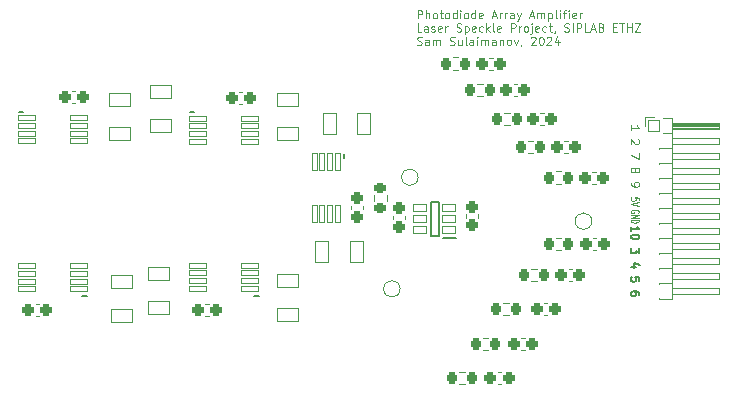
<source format=gto>
%TF.GenerationSoftware,KiCad,Pcbnew,8.0.1*%
%TF.CreationDate,2024-09-25T00:59:11+02:00*%
%TF.ProjectId,speckle_amp_pcb_rev1,73706563-6b6c-4655-9f61-6d705f706362,rev?*%
%TF.SameCoordinates,Original*%
%TF.FileFunction,Legend,Top*%
%TF.FilePolarity,Positive*%
%FSLAX46Y46*%
G04 Gerber Fmt 4.6, Leading zero omitted, Abs format (unit mm)*
G04 Created by KiCad (PCBNEW 8.0.1) date 2024-09-25 00:59:11*
%MOMM*%
%LPD*%
G01*
G04 APERTURE LIST*
G04 Aperture macros list*
%AMRoundRect*
0 Rectangle with rounded corners*
0 $1 Rounding radius*
0 $2 $3 $4 $5 $6 $7 $8 $9 X,Y pos of 4 corners*
0 Add a 4 corners polygon primitive as box body*
4,1,4,$2,$3,$4,$5,$6,$7,$8,$9,$2,$3,0*
0 Add four circle primitives for the rounded corners*
1,1,$1+$1,$2,$3*
1,1,$1+$1,$4,$5*
1,1,$1+$1,$6,$7*
1,1,$1+$1,$8,$9*
0 Add four rect primitives between the rounded corners*
20,1,$1+$1,$2,$3,$4,$5,0*
20,1,$1+$1,$4,$5,$6,$7,0*
20,1,$1+$1,$6,$7,$8,$9,0*
20,1,$1+$1,$8,$9,$2,$3,0*%
G04 Aperture macros list end*
%ADD10C,0.125000*%
%ADD11C,0.150000*%
%ADD12C,0.100000*%
%ADD13C,0.200000*%
%ADD14C,0.120000*%
%ADD15RoundRect,0.040000X-0.900000X0.575000X-0.900000X-0.575000X0.900000X-0.575000X0.900000X0.575000X0*%
%ADD16RoundRect,0.040000X-0.700000X0.225000X-0.700000X-0.225000X0.700000X-0.225000X0.700000X0.225000X0*%
%ADD17C,5.680000*%
%ADD18RoundRect,0.245000X-0.245000X-0.270000X0.245000X-0.270000X0.245000X0.270000X-0.245000X0.270000X0*%
%ADD19RoundRect,0.220000X-0.220000X-0.295000X0.220000X-0.295000X0.220000X0.295000X-0.220000X0.295000X0*%
%ADD20RoundRect,0.245000X-0.270000X0.245000X-0.270000X-0.245000X0.270000X-0.245000X0.270000X0.245000X0*%
%ADD21RoundRect,0.040000X0.700000X-0.225000X0.700000X0.225000X-0.700000X0.225000X-0.700000X-0.225000X0*%
%ADD22RoundRect,0.040000X-0.575000X-0.900000X0.575000X-0.900000X0.575000X0.900000X-0.575000X0.900000X0*%
%ADD23RoundRect,0.040000X0.900000X-0.575000X0.900000X0.575000X-0.900000X0.575000X-0.900000X-0.575000X0*%
%ADD24RoundRect,0.220000X0.295000X-0.220000X0.295000X0.220000X-0.295000X0.220000X-0.295000X-0.220000X0*%
%ADD25RoundRect,0.245000X0.245000X0.270000X-0.245000X0.270000X-0.245000X-0.270000X0.245000X-0.270000X0*%
%ADD26RoundRect,0.245000X0.270000X-0.245000X0.270000X0.245000X-0.270000X0.245000X-0.270000X-0.245000X0*%
%ADD27RoundRect,0.040000X0.575000X0.900000X-0.575000X0.900000X-0.575000X-0.900000X0.575000X-0.900000X0*%
%ADD28RoundRect,0.040000X-0.575000X0.300000X-0.575000X-0.300000X0.575000X-0.300000X0.575000X0.300000X0*%
%ADD29C,1.080000*%
%ADD30RoundRect,0.040000X-0.225000X-0.700000X0.225000X-0.700000X0.225000X0.700000X-0.225000X0.700000X0*%
%ADD31RoundRect,0.040000X-0.500000X-0.500000X0.500000X-0.500000X0.500000X0.500000X-0.500000X0.500000X0*%
%ADD32O,1.080000X1.080000*%
G04 APERTURE END LIST*
D10*
X209092166Y-104364378D02*
X209092166Y-104126283D01*
X209092166Y-104126283D02*
X208758833Y-104102474D01*
X208758833Y-104102474D02*
X208792166Y-104126283D01*
X208792166Y-104126283D02*
X208825500Y-104173902D01*
X208825500Y-104173902D02*
X208825500Y-104292950D01*
X208825500Y-104292950D02*
X208792166Y-104340569D01*
X208792166Y-104340569D02*
X208758833Y-104364378D01*
X208758833Y-104364378D02*
X208692166Y-104388188D01*
X208692166Y-104388188D02*
X208525500Y-104388188D01*
X208525500Y-104388188D02*
X208458833Y-104364378D01*
X208458833Y-104364378D02*
X208425500Y-104340569D01*
X208425500Y-104340569D02*
X208392166Y-104292950D01*
X208392166Y-104292950D02*
X208392166Y-104173902D01*
X208392166Y-104173902D02*
X208425500Y-104126283D01*
X208425500Y-104126283D02*
X208458833Y-104102474D01*
X209092166Y-104531045D02*
X208392166Y-104697711D01*
X208392166Y-104697711D02*
X209092166Y-104864378D01*
D11*
X208418466Y-106982017D02*
X208418466Y-106582017D01*
X208418466Y-106782017D02*
X209118466Y-106782017D01*
X209118466Y-106782017D02*
X209018466Y-106715350D01*
X209018466Y-106715350D02*
X208951800Y-106648684D01*
X208951800Y-106648684D02*
X208918466Y-106582017D01*
X209118466Y-107415351D02*
X209118466Y-107482017D01*
X209118466Y-107482017D02*
X209085133Y-107548684D01*
X209085133Y-107548684D02*
X209051800Y-107582017D01*
X209051800Y-107582017D02*
X208985133Y-107615351D01*
X208985133Y-107615351D02*
X208851800Y-107648684D01*
X208851800Y-107648684D02*
X208685133Y-107648684D01*
X208685133Y-107648684D02*
X208551800Y-107615351D01*
X208551800Y-107615351D02*
X208485133Y-107582017D01*
X208485133Y-107582017D02*
X208451800Y-107548684D01*
X208451800Y-107548684D02*
X208418466Y-107482017D01*
X208418466Y-107482017D02*
X208418466Y-107415351D01*
X208418466Y-107415351D02*
X208451800Y-107348684D01*
X208451800Y-107348684D02*
X208485133Y-107315351D01*
X208485133Y-107315351D02*
X208551800Y-107282017D01*
X208551800Y-107282017D02*
X208685133Y-107248684D01*
X208685133Y-107248684D02*
X208851800Y-107248684D01*
X208851800Y-107248684D02*
X208985133Y-107282017D01*
X208985133Y-107282017D02*
X209051800Y-107315351D01*
X209051800Y-107315351D02*
X209085133Y-107348684D01*
X209085133Y-107348684D02*
X209118466Y-107415351D01*
X209118466Y-108415351D02*
X209118466Y-108848684D01*
X209118466Y-108848684D02*
X208851800Y-108615351D01*
X208851800Y-108615351D02*
X208851800Y-108715351D01*
X208851800Y-108715351D02*
X208818466Y-108782017D01*
X208818466Y-108782017D02*
X208785133Y-108815351D01*
X208785133Y-108815351D02*
X208718466Y-108848684D01*
X208718466Y-108848684D02*
X208551800Y-108848684D01*
X208551800Y-108848684D02*
X208485133Y-108815351D01*
X208485133Y-108815351D02*
X208451800Y-108782017D01*
X208451800Y-108782017D02*
X208418466Y-108715351D01*
X208418466Y-108715351D02*
X208418466Y-108515351D01*
X208418466Y-108515351D02*
X208451800Y-108448684D01*
X208451800Y-108448684D02*
X208485133Y-108415351D01*
X208885133Y-109982017D02*
X208418466Y-109982017D01*
X209151800Y-109815351D02*
X208651800Y-109648684D01*
X208651800Y-109648684D02*
X208651800Y-110082017D01*
X209118466Y-111215351D02*
X209118466Y-110882017D01*
X209118466Y-110882017D02*
X208785133Y-110848684D01*
X208785133Y-110848684D02*
X208818466Y-110882017D01*
X208818466Y-110882017D02*
X208851800Y-110948684D01*
X208851800Y-110948684D02*
X208851800Y-111115351D01*
X208851800Y-111115351D02*
X208818466Y-111182017D01*
X208818466Y-111182017D02*
X208785133Y-111215351D01*
X208785133Y-111215351D02*
X208718466Y-111248684D01*
X208718466Y-111248684D02*
X208551800Y-111248684D01*
X208551800Y-111248684D02*
X208485133Y-111215351D01*
X208485133Y-111215351D02*
X208451800Y-111182017D01*
X208451800Y-111182017D02*
X208418466Y-111115351D01*
X208418466Y-111115351D02*
X208418466Y-110948684D01*
X208418466Y-110948684D02*
X208451800Y-110882017D01*
X208451800Y-110882017D02*
X208485133Y-110848684D01*
X209118466Y-112382017D02*
X209118466Y-112248684D01*
X209118466Y-112248684D02*
X209085133Y-112182017D01*
X209085133Y-112182017D02*
X209051800Y-112148684D01*
X209051800Y-112148684D02*
X208951800Y-112082017D01*
X208951800Y-112082017D02*
X208818466Y-112048684D01*
X208818466Y-112048684D02*
X208551800Y-112048684D01*
X208551800Y-112048684D02*
X208485133Y-112082017D01*
X208485133Y-112082017D02*
X208451800Y-112115351D01*
X208451800Y-112115351D02*
X208418466Y-112182017D01*
X208418466Y-112182017D02*
X208418466Y-112315351D01*
X208418466Y-112315351D02*
X208451800Y-112382017D01*
X208451800Y-112382017D02*
X208485133Y-112415351D01*
X208485133Y-112415351D02*
X208551800Y-112448684D01*
X208551800Y-112448684D02*
X208718466Y-112448684D01*
X208718466Y-112448684D02*
X208785133Y-112415351D01*
X208785133Y-112415351D02*
X208818466Y-112382017D01*
X208818466Y-112382017D02*
X208851800Y-112315351D01*
X208851800Y-112315351D02*
X208851800Y-112182017D01*
X208851800Y-112182017D02*
X208818466Y-112115351D01*
X208818466Y-112115351D02*
X208785133Y-112082017D01*
X208785133Y-112082017D02*
X208718466Y-112048684D01*
D12*
X209057533Y-105395550D02*
X209090866Y-105357455D01*
X209090866Y-105357455D02*
X209090866Y-105300312D01*
X209090866Y-105300312D02*
X209057533Y-105243169D01*
X209057533Y-105243169D02*
X208990866Y-105205074D01*
X208990866Y-105205074D02*
X208924200Y-105186027D01*
X208924200Y-105186027D02*
X208790866Y-105166979D01*
X208790866Y-105166979D02*
X208690866Y-105166979D01*
X208690866Y-105166979D02*
X208557533Y-105186027D01*
X208557533Y-105186027D02*
X208490866Y-105205074D01*
X208490866Y-105205074D02*
X208424200Y-105243169D01*
X208424200Y-105243169D02*
X208390866Y-105300312D01*
X208390866Y-105300312D02*
X208390866Y-105338408D01*
X208390866Y-105338408D02*
X208424200Y-105395550D01*
X208424200Y-105395550D02*
X208457533Y-105414598D01*
X208457533Y-105414598D02*
X208690866Y-105414598D01*
X208690866Y-105414598D02*
X208690866Y-105338408D01*
X208390866Y-105586027D02*
X209090866Y-105586027D01*
X209090866Y-105586027D02*
X208390866Y-105814598D01*
X208390866Y-105814598D02*
X209090866Y-105814598D01*
X208390866Y-106005075D02*
X209090866Y-106005075D01*
X209090866Y-106005075D02*
X209090866Y-106100313D01*
X209090866Y-106100313D02*
X209057533Y-106157456D01*
X209057533Y-106157456D02*
X208990866Y-106195551D01*
X208990866Y-106195551D02*
X208924200Y-106214598D01*
X208924200Y-106214598D02*
X208790866Y-106233646D01*
X208790866Y-106233646D02*
X208690866Y-106233646D01*
X208690866Y-106233646D02*
X208557533Y-106214598D01*
X208557533Y-106214598D02*
X208490866Y-106195551D01*
X208490866Y-106195551D02*
X208424200Y-106157456D01*
X208424200Y-106157456D02*
X208390866Y-106100313D01*
X208390866Y-106100313D02*
X208390866Y-106005075D01*
D10*
X190348902Y-88953911D02*
X190348902Y-88253911D01*
X190348902Y-88253911D02*
X190615569Y-88253911D01*
X190615569Y-88253911D02*
X190682236Y-88287244D01*
X190682236Y-88287244D02*
X190715569Y-88320578D01*
X190715569Y-88320578D02*
X190748902Y-88387244D01*
X190748902Y-88387244D02*
X190748902Y-88487244D01*
X190748902Y-88487244D02*
X190715569Y-88553911D01*
X190715569Y-88553911D02*
X190682236Y-88587244D01*
X190682236Y-88587244D02*
X190615569Y-88620578D01*
X190615569Y-88620578D02*
X190348902Y-88620578D01*
X191048902Y-88953911D02*
X191048902Y-88253911D01*
X191348902Y-88953911D02*
X191348902Y-88587244D01*
X191348902Y-88587244D02*
X191315569Y-88520578D01*
X191315569Y-88520578D02*
X191248902Y-88487244D01*
X191248902Y-88487244D02*
X191148902Y-88487244D01*
X191148902Y-88487244D02*
X191082236Y-88520578D01*
X191082236Y-88520578D02*
X191048902Y-88553911D01*
X191782235Y-88953911D02*
X191715569Y-88920578D01*
X191715569Y-88920578D02*
X191682235Y-88887244D01*
X191682235Y-88887244D02*
X191648902Y-88820578D01*
X191648902Y-88820578D02*
X191648902Y-88620578D01*
X191648902Y-88620578D02*
X191682235Y-88553911D01*
X191682235Y-88553911D02*
X191715569Y-88520578D01*
X191715569Y-88520578D02*
X191782235Y-88487244D01*
X191782235Y-88487244D02*
X191882235Y-88487244D01*
X191882235Y-88487244D02*
X191948902Y-88520578D01*
X191948902Y-88520578D02*
X191982235Y-88553911D01*
X191982235Y-88553911D02*
X192015569Y-88620578D01*
X192015569Y-88620578D02*
X192015569Y-88820578D01*
X192015569Y-88820578D02*
X191982235Y-88887244D01*
X191982235Y-88887244D02*
X191948902Y-88920578D01*
X191948902Y-88920578D02*
X191882235Y-88953911D01*
X191882235Y-88953911D02*
X191782235Y-88953911D01*
X192215568Y-88487244D02*
X192482235Y-88487244D01*
X192315568Y-88253911D02*
X192315568Y-88853911D01*
X192315568Y-88853911D02*
X192348902Y-88920578D01*
X192348902Y-88920578D02*
X192415568Y-88953911D01*
X192415568Y-88953911D02*
X192482235Y-88953911D01*
X192815568Y-88953911D02*
X192748902Y-88920578D01*
X192748902Y-88920578D02*
X192715568Y-88887244D01*
X192715568Y-88887244D02*
X192682235Y-88820578D01*
X192682235Y-88820578D02*
X192682235Y-88620578D01*
X192682235Y-88620578D02*
X192715568Y-88553911D01*
X192715568Y-88553911D02*
X192748902Y-88520578D01*
X192748902Y-88520578D02*
X192815568Y-88487244D01*
X192815568Y-88487244D02*
X192915568Y-88487244D01*
X192915568Y-88487244D02*
X192982235Y-88520578D01*
X192982235Y-88520578D02*
X193015568Y-88553911D01*
X193015568Y-88553911D02*
X193048902Y-88620578D01*
X193048902Y-88620578D02*
X193048902Y-88820578D01*
X193048902Y-88820578D02*
X193015568Y-88887244D01*
X193015568Y-88887244D02*
X192982235Y-88920578D01*
X192982235Y-88920578D02*
X192915568Y-88953911D01*
X192915568Y-88953911D02*
X192815568Y-88953911D01*
X193648901Y-88953911D02*
X193648901Y-88253911D01*
X193648901Y-88920578D02*
X193582235Y-88953911D01*
X193582235Y-88953911D02*
X193448901Y-88953911D01*
X193448901Y-88953911D02*
X193382235Y-88920578D01*
X193382235Y-88920578D02*
X193348901Y-88887244D01*
X193348901Y-88887244D02*
X193315568Y-88820578D01*
X193315568Y-88820578D02*
X193315568Y-88620578D01*
X193315568Y-88620578D02*
X193348901Y-88553911D01*
X193348901Y-88553911D02*
X193382235Y-88520578D01*
X193382235Y-88520578D02*
X193448901Y-88487244D01*
X193448901Y-88487244D02*
X193582235Y-88487244D01*
X193582235Y-88487244D02*
X193648901Y-88520578D01*
X193982234Y-88953911D02*
X193982234Y-88487244D01*
X193982234Y-88253911D02*
X193948901Y-88287244D01*
X193948901Y-88287244D02*
X193982234Y-88320578D01*
X193982234Y-88320578D02*
X194015568Y-88287244D01*
X194015568Y-88287244D02*
X193982234Y-88253911D01*
X193982234Y-88253911D02*
X193982234Y-88320578D01*
X194415567Y-88953911D02*
X194348901Y-88920578D01*
X194348901Y-88920578D02*
X194315567Y-88887244D01*
X194315567Y-88887244D02*
X194282234Y-88820578D01*
X194282234Y-88820578D02*
X194282234Y-88620578D01*
X194282234Y-88620578D02*
X194315567Y-88553911D01*
X194315567Y-88553911D02*
X194348901Y-88520578D01*
X194348901Y-88520578D02*
X194415567Y-88487244D01*
X194415567Y-88487244D02*
X194515567Y-88487244D01*
X194515567Y-88487244D02*
X194582234Y-88520578D01*
X194582234Y-88520578D02*
X194615567Y-88553911D01*
X194615567Y-88553911D02*
X194648901Y-88620578D01*
X194648901Y-88620578D02*
X194648901Y-88820578D01*
X194648901Y-88820578D02*
X194615567Y-88887244D01*
X194615567Y-88887244D02*
X194582234Y-88920578D01*
X194582234Y-88920578D02*
X194515567Y-88953911D01*
X194515567Y-88953911D02*
X194415567Y-88953911D01*
X195248900Y-88953911D02*
X195248900Y-88253911D01*
X195248900Y-88920578D02*
X195182234Y-88953911D01*
X195182234Y-88953911D02*
X195048900Y-88953911D01*
X195048900Y-88953911D02*
X194982234Y-88920578D01*
X194982234Y-88920578D02*
X194948900Y-88887244D01*
X194948900Y-88887244D02*
X194915567Y-88820578D01*
X194915567Y-88820578D02*
X194915567Y-88620578D01*
X194915567Y-88620578D02*
X194948900Y-88553911D01*
X194948900Y-88553911D02*
X194982234Y-88520578D01*
X194982234Y-88520578D02*
X195048900Y-88487244D01*
X195048900Y-88487244D02*
X195182234Y-88487244D01*
X195182234Y-88487244D02*
X195248900Y-88520578D01*
X195848900Y-88920578D02*
X195782233Y-88953911D01*
X195782233Y-88953911D02*
X195648900Y-88953911D01*
X195648900Y-88953911D02*
X195582233Y-88920578D01*
X195582233Y-88920578D02*
X195548900Y-88853911D01*
X195548900Y-88853911D02*
X195548900Y-88587244D01*
X195548900Y-88587244D02*
X195582233Y-88520578D01*
X195582233Y-88520578D02*
X195648900Y-88487244D01*
X195648900Y-88487244D02*
X195782233Y-88487244D01*
X195782233Y-88487244D02*
X195848900Y-88520578D01*
X195848900Y-88520578D02*
X195882233Y-88587244D01*
X195882233Y-88587244D02*
X195882233Y-88653911D01*
X195882233Y-88653911D02*
X195548900Y-88720578D01*
X196682233Y-88753911D02*
X197015566Y-88753911D01*
X196615566Y-88953911D02*
X196848900Y-88253911D01*
X196848900Y-88253911D02*
X197082233Y-88953911D01*
X197315566Y-88953911D02*
X197315566Y-88487244D01*
X197315566Y-88620578D02*
X197348900Y-88553911D01*
X197348900Y-88553911D02*
X197382233Y-88520578D01*
X197382233Y-88520578D02*
X197448900Y-88487244D01*
X197448900Y-88487244D02*
X197515566Y-88487244D01*
X197748899Y-88953911D02*
X197748899Y-88487244D01*
X197748899Y-88620578D02*
X197782233Y-88553911D01*
X197782233Y-88553911D02*
X197815566Y-88520578D01*
X197815566Y-88520578D02*
X197882233Y-88487244D01*
X197882233Y-88487244D02*
X197948899Y-88487244D01*
X198482232Y-88953911D02*
X198482232Y-88587244D01*
X198482232Y-88587244D02*
X198448899Y-88520578D01*
X198448899Y-88520578D02*
X198382232Y-88487244D01*
X198382232Y-88487244D02*
X198248899Y-88487244D01*
X198248899Y-88487244D02*
X198182232Y-88520578D01*
X198482232Y-88920578D02*
X198415566Y-88953911D01*
X198415566Y-88953911D02*
X198248899Y-88953911D01*
X198248899Y-88953911D02*
X198182232Y-88920578D01*
X198182232Y-88920578D02*
X198148899Y-88853911D01*
X198148899Y-88853911D02*
X198148899Y-88787244D01*
X198148899Y-88787244D02*
X198182232Y-88720578D01*
X198182232Y-88720578D02*
X198248899Y-88687244D01*
X198248899Y-88687244D02*
X198415566Y-88687244D01*
X198415566Y-88687244D02*
X198482232Y-88653911D01*
X198748899Y-88487244D02*
X198915565Y-88953911D01*
X199082232Y-88487244D02*
X198915565Y-88953911D01*
X198915565Y-88953911D02*
X198848899Y-89120578D01*
X198848899Y-89120578D02*
X198815565Y-89153911D01*
X198815565Y-89153911D02*
X198748899Y-89187244D01*
X199848898Y-88753911D02*
X200182231Y-88753911D01*
X199782231Y-88953911D02*
X200015565Y-88253911D01*
X200015565Y-88253911D02*
X200248898Y-88953911D01*
X200482231Y-88953911D02*
X200482231Y-88487244D01*
X200482231Y-88553911D02*
X200515565Y-88520578D01*
X200515565Y-88520578D02*
X200582231Y-88487244D01*
X200582231Y-88487244D02*
X200682231Y-88487244D01*
X200682231Y-88487244D02*
X200748898Y-88520578D01*
X200748898Y-88520578D02*
X200782231Y-88587244D01*
X200782231Y-88587244D02*
X200782231Y-88953911D01*
X200782231Y-88587244D02*
X200815565Y-88520578D01*
X200815565Y-88520578D02*
X200882231Y-88487244D01*
X200882231Y-88487244D02*
X200982231Y-88487244D01*
X200982231Y-88487244D02*
X201048898Y-88520578D01*
X201048898Y-88520578D02*
X201082231Y-88587244D01*
X201082231Y-88587244D02*
X201082231Y-88953911D01*
X201415564Y-88487244D02*
X201415564Y-89187244D01*
X201415564Y-88520578D02*
X201482231Y-88487244D01*
X201482231Y-88487244D02*
X201615564Y-88487244D01*
X201615564Y-88487244D02*
X201682231Y-88520578D01*
X201682231Y-88520578D02*
X201715564Y-88553911D01*
X201715564Y-88553911D02*
X201748898Y-88620578D01*
X201748898Y-88620578D02*
X201748898Y-88820578D01*
X201748898Y-88820578D02*
X201715564Y-88887244D01*
X201715564Y-88887244D02*
X201682231Y-88920578D01*
X201682231Y-88920578D02*
X201615564Y-88953911D01*
X201615564Y-88953911D02*
X201482231Y-88953911D01*
X201482231Y-88953911D02*
X201415564Y-88920578D01*
X202148897Y-88953911D02*
X202082231Y-88920578D01*
X202082231Y-88920578D02*
X202048897Y-88853911D01*
X202048897Y-88853911D02*
X202048897Y-88253911D01*
X202415564Y-88953911D02*
X202415564Y-88487244D01*
X202415564Y-88253911D02*
X202382231Y-88287244D01*
X202382231Y-88287244D02*
X202415564Y-88320578D01*
X202415564Y-88320578D02*
X202448898Y-88287244D01*
X202448898Y-88287244D02*
X202415564Y-88253911D01*
X202415564Y-88253911D02*
X202415564Y-88320578D01*
X202648897Y-88487244D02*
X202915564Y-88487244D01*
X202748897Y-88953911D02*
X202748897Y-88353911D01*
X202748897Y-88353911D02*
X202782231Y-88287244D01*
X202782231Y-88287244D02*
X202848897Y-88253911D01*
X202848897Y-88253911D02*
X202915564Y-88253911D01*
X203148897Y-88953911D02*
X203148897Y-88487244D01*
X203148897Y-88253911D02*
X203115564Y-88287244D01*
X203115564Y-88287244D02*
X203148897Y-88320578D01*
X203148897Y-88320578D02*
X203182231Y-88287244D01*
X203182231Y-88287244D02*
X203148897Y-88253911D01*
X203148897Y-88253911D02*
X203148897Y-88320578D01*
X203748897Y-88920578D02*
X203682230Y-88953911D01*
X203682230Y-88953911D02*
X203548897Y-88953911D01*
X203548897Y-88953911D02*
X203482230Y-88920578D01*
X203482230Y-88920578D02*
X203448897Y-88853911D01*
X203448897Y-88853911D02*
X203448897Y-88587244D01*
X203448897Y-88587244D02*
X203482230Y-88520578D01*
X203482230Y-88520578D02*
X203548897Y-88487244D01*
X203548897Y-88487244D02*
X203682230Y-88487244D01*
X203682230Y-88487244D02*
X203748897Y-88520578D01*
X203748897Y-88520578D02*
X203782230Y-88587244D01*
X203782230Y-88587244D02*
X203782230Y-88653911D01*
X203782230Y-88653911D02*
X203448897Y-88720578D01*
X204082230Y-88953911D02*
X204082230Y-88487244D01*
X204082230Y-88620578D02*
X204115564Y-88553911D01*
X204115564Y-88553911D02*
X204148897Y-88520578D01*
X204148897Y-88520578D02*
X204215564Y-88487244D01*
X204215564Y-88487244D02*
X204282230Y-88487244D01*
X190682236Y-90080872D02*
X190348902Y-90080872D01*
X190348902Y-90080872D02*
X190348902Y-89380872D01*
X191215569Y-90080872D02*
X191215569Y-89714205D01*
X191215569Y-89714205D02*
X191182236Y-89647539D01*
X191182236Y-89647539D02*
X191115569Y-89614205D01*
X191115569Y-89614205D02*
X190982236Y-89614205D01*
X190982236Y-89614205D02*
X190915569Y-89647539D01*
X191215569Y-90047539D02*
X191148903Y-90080872D01*
X191148903Y-90080872D02*
X190982236Y-90080872D01*
X190982236Y-90080872D02*
X190915569Y-90047539D01*
X190915569Y-90047539D02*
X190882236Y-89980872D01*
X190882236Y-89980872D02*
X190882236Y-89914205D01*
X190882236Y-89914205D02*
X190915569Y-89847539D01*
X190915569Y-89847539D02*
X190982236Y-89814205D01*
X190982236Y-89814205D02*
X191148903Y-89814205D01*
X191148903Y-89814205D02*
X191215569Y-89780872D01*
X191515569Y-90047539D02*
X191582236Y-90080872D01*
X191582236Y-90080872D02*
X191715569Y-90080872D01*
X191715569Y-90080872D02*
X191782236Y-90047539D01*
X191782236Y-90047539D02*
X191815569Y-89980872D01*
X191815569Y-89980872D02*
X191815569Y-89947539D01*
X191815569Y-89947539D02*
X191782236Y-89880872D01*
X191782236Y-89880872D02*
X191715569Y-89847539D01*
X191715569Y-89847539D02*
X191615569Y-89847539D01*
X191615569Y-89847539D02*
X191548902Y-89814205D01*
X191548902Y-89814205D02*
X191515569Y-89747539D01*
X191515569Y-89747539D02*
X191515569Y-89714205D01*
X191515569Y-89714205D02*
X191548902Y-89647539D01*
X191548902Y-89647539D02*
X191615569Y-89614205D01*
X191615569Y-89614205D02*
X191715569Y-89614205D01*
X191715569Y-89614205D02*
X191782236Y-89647539D01*
X192382236Y-90047539D02*
X192315569Y-90080872D01*
X192315569Y-90080872D02*
X192182236Y-90080872D01*
X192182236Y-90080872D02*
X192115569Y-90047539D01*
X192115569Y-90047539D02*
X192082236Y-89980872D01*
X192082236Y-89980872D02*
X192082236Y-89714205D01*
X192082236Y-89714205D02*
X192115569Y-89647539D01*
X192115569Y-89647539D02*
X192182236Y-89614205D01*
X192182236Y-89614205D02*
X192315569Y-89614205D01*
X192315569Y-89614205D02*
X192382236Y-89647539D01*
X192382236Y-89647539D02*
X192415569Y-89714205D01*
X192415569Y-89714205D02*
X192415569Y-89780872D01*
X192415569Y-89780872D02*
X192082236Y-89847539D01*
X192715569Y-90080872D02*
X192715569Y-89614205D01*
X192715569Y-89747539D02*
X192748903Y-89680872D01*
X192748903Y-89680872D02*
X192782236Y-89647539D01*
X192782236Y-89647539D02*
X192848903Y-89614205D01*
X192848903Y-89614205D02*
X192915569Y-89614205D01*
X193648902Y-90047539D02*
X193748902Y-90080872D01*
X193748902Y-90080872D02*
X193915569Y-90080872D01*
X193915569Y-90080872D02*
X193982235Y-90047539D01*
X193982235Y-90047539D02*
X194015569Y-90014205D01*
X194015569Y-90014205D02*
X194048902Y-89947539D01*
X194048902Y-89947539D02*
X194048902Y-89880872D01*
X194048902Y-89880872D02*
X194015569Y-89814205D01*
X194015569Y-89814205D02*
X193982235Y-89780872D01*
X193982235Y-89780872D02*
X193915569Y-89747539D01*
X193915569Y-89747539D02*
X193782235Y-89714205D01*
X193782235Y-89714205D02*
X193715569Y-89680872D01*
X193715569Y-89680872D02*
X193682235Y-89647539D01*
X193682235Y-89647539D02*
X193648902Y-89580872D01*
X193648902Y-89580872D02*
X193648902Y-89514205D01*
X193648902Y-89514205D02*
X193682235Y-89447539D01*
X193682235Y-89447539D02*
X193715569Y-89414205D01*
X193715569Y-89414205D02*
X193782235Y-89380872D01*
X193782235Y-89380872D02*
X193948902Y-89380872D01*
X193948902Y-89380872D02*
X194048902Y-89414205D01*
X194348902Y-89614205D02*
X194348902Y-90314205D01*
X194348902Y-89647539D02*
X194415569Y-89614205D01*
X194415569Y-89614205D02*
X194548902Y-89614205D01*
X194548902Y-89614205D02*
X194615569Y-89647539D01*
X194615569Y-89647539D02*
X194648902Y-89680872D01*
X194648902Y-89680872D02*
X194682236Y-89747539D01*
X194682236Y-89747539D02*
X194682236Y-89947539D01*
X194682236Y-89947539D02*
X194648902Y-90014205D01*
X194648902Y-90014205D02*
X194615569Y-90047539D01*
X194615569Y-90047539D02*
X194548902Y-90080872D01*
X194548902Y-90080872D02*
X194415569Y-90080872D01*
X194415569Y-90080872D02*
X194348902Y-90047539D01*
X195248902Y-90047539D02*
X195182235Y-90080872D01*
X195182235Y-90080872D02*
X195048902Y-90080872D01*
X195048902Y-90080872D02*
X194982235Y-90047539D01*
X194982235Y-90047539D02*
X194948902Y-89980872D01*
X194948902Y-89980872D02*
X194948902Y-89714205D01*
X194948902Y-89714205D02*
X194982235Y-89647539D01*
X194982235Y-89647539D02*
X195048902Y-89614205D01*
X195048902Y-89614205D02*
X195182235Y-89614205D01*
X195182235Y-89614205D02*
X195248902Y-89647539D01*
X195248902Y-89647539D02*
X195282235Y-89714205D01*
X195282235Y-89714205D02*
X195282235Y-89780872D01*
X195282235Y-89780872D02*
X194948902Y-89847539D01*
X195882235Y-90047539D02*
X195815569Y-90080872D01*
X195815569Y-90080872D02*
X195682235Y-90080872D01*
X195682235Y-90080872D02*
X195615569Y-90047539D01*
X195615569Y-90047539D02*
X195582235Y-90014205D01*
X195582235Y-90014205D02*
X195548902Y-89947539D01*
X195548902Y-89947539D02*
X195548902Y-89747539D01*
X195548902Y-89747539D02*
X195582235Y-89680872D01*
X195582235Y-89680872D02*
X195615569Y-89647539D01*
X195615569Y-89647539D02*
X195682235Y-89614205D01*
X195682235Y-89614205D02*
X195815569Y-89614205D01*
X195815569Y-89614205D02*
X195882235Y-89647539D01*
X196182235Y-90080872D02*
X196182235Y-89380872D01*
X196248902Y-89814205D02*
X196448902Y-90080872D01*
X196448902Y-89614205D02*
X196182235Y-89880872D01*
X196848902Y-90080872D02*
X196782236Y-90047539D01*
X196782236Y-90047539D02*
X196748902Y-89980872D01*
X196748902Y-89980872D02*
X196748902Y-89380872D01*
X197382236Y-90047539D02*
X197315569Y-90080872D01*
X197315569Y-90080872D02*
X197182236Y-90080872D01*
X197182236Y-90080872D02*
X197115569Y-90047539D01*
X197115569Y-90047539D02*
X197082236Y-89980872D01*
X197082236Y-89980872D02*
X197082236Y-89714205D01*
X197082236Y-89714205D02*
X197115569Y-89647539D01*
X197115569Y-89647539D02*
X197182236Y-89614205D01*
X197182236Y-89614205D02*
X197315569Y-89614205D01*
X197315569Y-89614205D02*
X197382236Y-89647539D01*
X197382236Y-89647539D02*
X197415569Y-89714205D01*
X197415569Y-89714205D02*
X197415569Y-89780872D01*
X197415569Y-89780872D02*
X197082236Y-89847539D01*
X198248902Y-90080872D02*
X198248902Y-89380872D01*
X198248902Y-89380872D02*
X198515569Y-89380872D01*
X198515569Y-89380872D02*
X198582236Y-89414205D01*
X198582236Y-89414205D02*
X198615569Y-89447539D01*
X198615569Y-89447539D02*
X198648902Y-89514205D01*
X198648902Y-89514205D02*
X198648902Y-89614205D01*
X198648902Y-89614205D02*
X198615569Y-89680872D01*
X198615569Y-89680872D02*
X198582236Y-89714205D01*
X198582236Y-89714205D02*
X198515569Y-89747539D01*
X198515569Y-89747539D02*
X198248902Y-89747539D01*
X198948902Y-90080872D02*
X198948902Y-89614205D01*
X198948902Y-89747539D02*
X198982236Y-89680872D01*
X198982236Y-89680872D02*
X199015569Y-89647539D01*
X199015569Y-89647539D02*
X199082236Y-89614205D01*
X199082236Y-89614205D02*
X199148902Y-89614205D01*
X199482235Y-90080872D02*
X199415569Y-90047539D01*
X199415569Y-90047539D02*
X199382235Y-90014205D01*
X199382235Y-90014205D02*
X199348902Y-89947539D01*
X199348902Y-89947539D02*
X199348902Y-89747539D01*
X199348902Y-89747539D02*
X199382235Y-89680872D01*
X199382235Y-89680872D02*
X199415569Y-89647539D01*
X199415569Y-89647539D02*
X199482235Y-89614205D01*
X199482235Y-89614205D02*
X199582235Y-89614205D01*
X199582235Y-89614205D02*
X199648902Y-89647539D01*
X199648902Y-89647539D02*
X199682235Y-89680872D01*
X199682235Y-89680872D02*
X199715569Y-89747539D01*
X199715569Y-89747539D02*
X199715569Y-89947539D01*
X199715569Y-89947539D02*
X199682235Y-90014205D01*
X199682235Y-90014205D02*
X199648902Y-90047539D01*
X199648902Y-90047539D02*
X199582235Y-90080872D01*
X199582235Y-90080872D02*
X199482235Y-90080872D01*
X200015568Y-89614205D02*
X200015568Y-90214205D01*
X200015568Y-90214205D02*
X199982235Y-90280872D01*
X199982235Y-90280872D02*
X199915568Y-90314205D01*
X199915568Y-90314205D02*
X199882235Y-90314205D01*
X200015568Y-89380872D02*
X199982235Y-89414205D01*
X199982235Y-89414205D02*
X200015568Y-89447539D01*
X200015568Y-89447539D02*
X200048902Y-89414205D01*
X200048902Y-89414205D02*
X200015568Y-89380872D01*
X200015568Y-89380872D02*
X200015568Y-89447539D01*
X200615568Y-90047539D02*
X200548901Y-90080872D01*
X200548901Y-90080872D02*
X200415568Y-90080872D01*
X200415568Y-90080872D02*
X200348901Y-90047539D01*
X200348901Y-90047539D02*
X200315568Y-89980872D01*
X200315568Y-89980872D02*
X200315568Y-89714205D01*
X200315568Y-89714205D02*
X200348901Y-89647539D01*
X200348901Y-89647539D02*
X200415568Y-89614205D01*
X200415568Y-89614205D02*
X200548901Y-89614205D01*
X200548901Y-89614205D02*
X200615568Y-89647539D01*
X200615568Y-89647539D02*
X200648901Y-89714205D01*
X200648901Y-89714205D02*
X200648901Y-89780872D01*
X200648901Y-89780872D02*
X200315568Y-89847539D01*
X201248901Y-90047539D02*
X201182235Y-90080872D01*
X201182235Y-90080872D02*
X201048901Y-90080872D01*
X201048901Y-90080872D02*
X200982235Y-90047539D01*
X200982235Y-90047539D02*
X200948901Y-90014205D01*
X200948901Y-90014205D02*
X200915568Y-89947539D01*
X200915568Y-89947539D02*
X200915568Y-89747539D01*
X200915568Y-89747539D02*
X200948901Y-89680872D01*
X200948901Y-89680872D02*
X200982235Y-89647539D01*
X200982235Y-89647539D02*
X201048901Y-89614205D01*
X201048901Y-89614205D02*
X201182235Y-89614205D01*
X201182235Y-89614205D02*
X201248901Y-89647539D01*
X201448901Y-89614205D02*
X201715568Y-89614205D01*
X201548901Y-89380872D02*
X201548901Y-89980872D01*
X201548901Y-89980872D02*
X201582235Y-90047539D01*
X201582235Y-90047539D02*
X201648901Y-90080872D01*
X201648901Y-90080872D02*
X201715568Y-90080872D01*
X201982235Y-90047539D02*
X201982235Y-90080872D01*
X201982235Y-90080872D02*
X201948901Y-90147539D01*
X201948901Y-90147539D02*
X201915568Y-90180872D01*
X202782234Y-90047539D02*
X202882234Y-90080872D01*
X202882234Y-90080872D02*
X203048901Y-90080872D01*
X203048901Y-90080872D02*
X203115567Y-90047539D01*
X203115567Y-90047539D02*
X203148901Y-90014205D01*
X203148901Y-90014205D02*
X203182234Y-89947539D01*
X203182234Y-89947539D02*
X203182234Y-89880872D01*
X203182234Y-89880872D02*
X203148901Y-89814205D01*
X203148901Y-89814205D02*
X203115567Y-89780872D01*
X203115567Y-89780872D02*
X203048901Y-89747539D01*
X203048901Y-89747539D02*
X202915567Y-89714205D01*
X202915567Y-89714205D02*
X202848901Y-89680872D01*
X202848901Y-89680872D02*
X202815567Y-89647539D01*
X202815567Y-89647539D02*
X202782234Y-89580872D01*
X202782234Y-89580872D02*
X202782234Y-89514205D01*
X202782234Y-89514205D02*
X202815567Y-89447539D01*
X202815567Y-89447539D02*
X202848901Y-89414205D01*
X202848901Y-89414205D02*
X202915567Y-89380872D01*
X202915567Y-89380872D02*
X203082234Y-89380872D01*
X203082234Y-89380872D02*
X203182234Y-89414205D01*
X203482234Y-90080872D02*
X203482234Y-89380872D01*
X203815567Y-90080872D02*
X203815567Y-89380872D01*
X203815567Y-89380872D02*
X204082234Y-89380872D01*
X204082234Y-89380872D02*
X204148901Y-89414205D01*
X204148901Y-89414205D02*
X204182234Y-89447539D01*
X204182234Y-89447539D02*
X204215567Y-89514205D01*
X204215567Y-89514205D02*
X204215567Y-89614205D01*
X204215567Y-89614205D02*
X204182234Y-89680872D01*
X204182234Y-89680872D02*
X204148901Y-89714205D01*
X204148901Y-89714205D02*
X204082234Y-89747539D01*
X204082234Y-89747539D02*
X203815567Y-89747539D01*
X204848901Y-90080872D02*
X204515567Y-90080872D01*
X204515567Y-90080872D02*
X204515567Y-89380872D01*
X205048901Y-89880872D02*
X205382234Y-89880872D01*
X204982234Y-90080872D02*
X205215568Y-89380872D01*
X205215568Y-89380872D02*
X205448901Y-90080872D01*
X205915568Y-89714205D02*
X206015568Y-89747539D01*
X206015568Y-89747539D02*
X206048901Y-89780872D01*
X206048901Y-89780872D02*
X206082234Y-89847539D01*
X206082234Y-89847539D02*
X206082234Y-89947539D01*
X206082234Y-89947539D02*
X206048901Y-90014205D01*
X206048901Y-90014205D02*
X206015568Y-90047539D01*
X206015568Y-90047539D02*
X205948901Y-90080872D01*
X205948901Y-90080872D02*
X205682234Y-90080872D01*
X205682234Y-90080872D02*
X205682234Y-89380872D01*
X205682234Y-89380872D02*
X205915568Y-89380872D01*
X205915568Y-89380872D02*
X205982234Y-89414205D01*
X205982234Y-89414205D02*
X206015568Y-89447539D01*
X206015568Y-89447539D02*
X206048901Y-89514205D01*
X206048901Y-89514205D02*
X206048901Y-89580872D01*
X206048901Y-89580872D02*
X206015568Y-89647539D01*
X206015568Y-89647539D02*
X205982234Y-89680872D01*
X205982234Y-89680872D02*
X205915568Y-89714205D01*
X205915568Y-89714205D02*
X205682234Y-89714205D01*
X206915567Y-89714205D02*
X207148901Y-89714205D01*
X207248901Y-90080872D02*
X206915567Y-90080872D01*
X206915567Y-90080872D02*
X206915567Y-89380872D01*
X206915567Y-89380872D02*
X207248901Y-89380872D01*
X207448900Y-89380872D02*
X207848900Y-89380872D01*
X207648900Y-90080872D02*
X207648900Y-89380872D01*
X208082233Y-90080872D02*
X208082233Y-89380872D01*
X208082233Y-89714205D02*
X208482233Y-89714205D01*
X208482233Y-90080872D02*
X208482233Y-89380872D01*
X208748900Y-89380872D02*
X209215566Y-89380872D01*
X209215566Y-89380872D02*
X208748900Y-90080872D01*
X208748900Y-90080872D02*
X209215566Y-90080872D01*
X190315569Y-91174500D02*
X190415569Y-91207833D01*
X190415569Y-91207833D02*
X190582236Y-91207833D01*
X190582236Y-91207833D02*
X190648902Y-91174500D01*
X190648902Y-91174500D02*
X190682236Y-91141166D01*
X190682236Y-91141166D02*
X190715569Y-91074500D01*
X190715569Y-91074500D02*
X190715569Y-91007833D01*
X190715569Y-91007833D02*
X190682236Y-90941166D01*
X190682236Y-90941166D02*
X190648902Y-90907833D01*
X190648902Y-90907833D02*
X190582236Y-90874500D01*
X190582236Y-90874500D02*
X190448902Y-90841166D01*
X190448902Y-90841166D02*
X190382236Y-90807833D01*
X190382236Y-90807833D02*
X190348902Y-90774500D01*
X190348902Y-90774500D02*
X190315569Y-90707833D01*
X190315569Y-90707833D02*
X190315569Y-90641166D01*
X190315569Y-90641166D02*
X190348902Y-90574500D01*
X190348902Y-90574500D02*
X190382236Y-90541166D01*
X190382236Y-90541166D02*
X190448902Y-90507833D01*
X190448902Y-90507833D02*
X190615569Y-90507833D01*
X190615569Y-90507833D02*
X190715569Y-90541166D01*
X191315569Y-91207833D02*
X191315569Y-90841166D01*
X191315569Y-90841166D02*
X191282236Y-90774500D01*
X191282236Y-90774500D02*
X191215569Y-90741166D01*
X191215569Y-90741166D02*
X191082236Y-90741166D01*
X191082236Y-90741166D02*
X191015569Y-90774500D01*
X191315569Y-91174500D02*
X191248903Y-91207833D01*
X191248903Y-91207833D02*
X191082236Y-91207833D01*
X191082236Y-91207833D02*
X191015569Y-91174500D01*
X191015569Y-91174500D02*
X190982236Y-91107833D01*
X190982236Y-91107833D02*
X190982236Y-91041166D01*
X190982236Y-91041166D02*
X191015569Y-90974500D01*
X191015569Y-90974500D02*
X191082236Y-90941166D01*
X191082236Y-90941166D02*
X191248903Y-90941166D01*
X191248903Y-90941166D02*
X191315569Y-90907833D01*
X191648902Y-91207833D02*
X191648902Y-90741166D01*
X191648902Y-90807833D02*
X191682236Y-90774500D01*
X191682236Y-90774500D02*
X191748902Y-90741166D01*
X191748902Y-90741166D02*
X191848902Y-90741166D01*
X191848902Y-90741166D02*
X191915569Y-90774500D01*
X191915569Y-90774500D02*
X191948902Y-90841166D01*
X191948902Y-90841166D02*
X191948902Y-91207833D01*
X191948902Y-90841166D02*
X191982236Y-90774500D01*
X191982236Y-90774500D02*
X192048902Y-90741166D01*
X192048902Y-90741166D02*
X192148902Y-90741166D01*
X192148902Y-90741166D02*
X192215569Y-90774500D01*
X192215569Y-90774500D02*
X192248902Y-90841166D01*
X192248902Y-90841166D02*
X192248902Y-91207833D01*
X193082235Y-91174500D02*
X193182235Y-91207833D01*
X193182235Y-91207833D02*
X193348902Y-91207833D01*
X193348902Y-91207833D02*
X193415568Y-91174500D01*
X193415568Y-91174500D02*
X193448902Y-91141166D01*
X193448902Y-91141166D02*
X193482235Y-91074500D01*
X193482235Y-91074500D02*
X193482235Y-91007833D01*
X193482235Y-91007833D02*
X193448902Y-90941166D01*
X193448902Y-90941166D02*
X193415568Y-90907833D01*
X193415568Y-90907833D02*
X193348902Y-90874500D01*
X193348902Y-90874500D02*
X193215568Y-90841166D01*
X193215568Y-90841166D02*
X193148902Y-90807833D01*
X193148902Y-90807833D02*
X193115568Y-90774500D01*
X193115568Y-90774500D02*
X193082235Y-90707833D01*
X193082235Y-90707833D02*
X193082235Y-90641166D01*
X193082235Y-90641166D02*
X193115568Y-90574500D01*
X193115568Y-90574500D02*
X193148902Y-90541166D01*
X193148902Y-90541166D02*
X193215568Y-90507833D01*
X193215568Y-90507833D02*
X193382235Y-90507833D01*
X193382235Y-90507833D02*
X193482235Y-90541166D01*
X194082235Y-90741166D02*
X194082235Y-91207833D01*
X193782235Y-90741166D02*
X193782235Y-91107833D01*
X193782235Y-91107833D02*
X193815569Y-91174500D01*
X193815569Y-91174500D02*
X193882235Y-91207833D01*
X193882235Y-91207833D02*
X193982235Y-91207833D01*
X193982235Y-91207833D02*
X194048902Y-91174500D01*
X194048902Y-91174500D02*
X194082235Y-91141166D01*
X194515568Y-91207833D02*
X194448902Y-91174500D01*
X194448902Y-91174500D02*
X194415568Y-91107833D01*
X194415568Y-91107833D02*
X194415568Y-90507833D01*
X195082235Y-91207833D02*
X195082235Y-90841166D01*
X195082235Y-90841166D02*
X195048902Y-90774500D01*
X195048902Y-90774500D02*
X194982235Y-90741166D01*
X194982235Y-90741166D02*
X194848902Y-90741166D01*
X194848902Y-90741166D02*
X194782235Y-90774500D01*
X195082235Y-91174500D02*
X195015569Y-91207833D01*
X195015569Y-91207833D02*
X194848902Y-91207833D01*
X194848902Y-91207833D02*
X194782235Y-91174500D01*
X194782235Y-91174500D02*
X194748902Y-91107833D01*
X194748902Y-91107833D02*
X194748902Y-91041166D01*
X194748902Y-91041166D02*
X194782235Y-90974500D01*
X194782235Y-90974500D02*
X194848902Y-90941166D01*
X194848902Y-90941166D02*
X195015569Y-90941166D01*
X195015569Y-90941166D02*
X195082235Y-90907833D01*
X195415568Y-91207833D02*
X195415568Y-90741166D01*
X195415568Y-90507833D02*
X195382235Y-90541166D01*
X195382235Y-90541166D02*
X195415568Y-90574500D01*
X195415568Y-90574500D02*
X195448902Y-90541166D01*
X195448902Y-90541166D02*
X195415568Y-90507833D01*
X195415568Y-90507833D02*
X195415568Y-90574500D01*
X195748901Y-91207833D02*
X195748901Y-90741166D01*
X195748901Y-90807833D02*
X195782235Y-90774500D01*
X195782235Y-90774500D02*
X195848901Y-90741166D01*
X195848901Y-90741166D02*
X195948901Y-90741166D01*
X195948901Y-90741166D02*
X196015568Y-90774500D01*
X196015568Y-90774500D02*
X196048901Y-90841166D01*
X196048901Y-90841166D02*
X196048901Y-91207833D01*
X196048901Y-90841166D02*
X196082235Y-90774500D01*
X196082235Y-90774500D02*
X196148901Y-90741166D01*
X196148901Y-90741166D02*
X196248901Y-90741166D01*
X196248901Y-90741166D02*
X196315568Y-90774500D01*
X196315568Y-90774500D02*
X196348901Y-90841166D01*
X196348901Y-90841166D02*
X196348901Y-91207833D01*
X196982234Y-91207833D02*
X196982234Y-90841166D01*
X196982234Y-90841166D02*
X196948901Y-90774500D01*
X196948901Y-90774500D02*
X196882234Y-90741166D01*
X196882234Y-90741166D02*
X196748901Y-90741166D01*
X196748901Y-90741166D02*
X196682234Y-90774500D01*
X196982234Y-91174500D02*
X196915568Y-91207833D01*
X196915568Y-91207833D02*
X196748901Y-91207833D01*
X196748901Y-91207833D02*
X196682234Y-91174500D01*
X196682234Y-91174500D02*
X196648901Y-91107833D01*
X196648901Y-91107833D02*
X196648901Y-91041166D01*
X196648901Y-91041166D02*
X196682234Y-90974500D01*
X196682234Y-90974500D02*
X196748901Y-90941166D01*
X196748901Y-90941166D02*
X196915568Y-90941166D01*
X196915568Y-90941166D02*
X196982234Y-90907833D01*
X197315567Y-90741166D02*
X197315567Y-91207833D01*
X197315567Y-90807833D02*
X197348901Y-90774500D01*
X197348901Y-90774500D02*
X197415567Y-90741166D01*
X197415567Y-90741166D02*
X197515567Y-90741166D01*
X197515567Y-90741166D02*
X197582234Y-90774500D01*
X197582234Y-90774500D02*
X197615567Y-90841166D01*
X197615567Y-90841166D02*
X197615567Y-91207833D01*
X198048900Y-91207833D02*
X197982234Y-91174500D01*
X197982234Y-91174500D02*
X197948900Y-91141166D01*
X197948900Y-91141166D02*
X197915567Y-91074500D01*
X197915567Y-91074500D02*
X197915567Y-90874500D01*
X197915567Y-90874500D02*
X197948900Y-90807833D01*
X197948900Y-90807833D02*
X197982234Y-90774500D01*
X197982234Y-90774500D02*
X198048900Y-90741166D01*
X198048900Y-90741166D02*
X198148900Y-90741166D01*
X198148900Y-90741166D02*
X198215567Y-90774500D01*
X198215567Y-90774500D02*
X198248900Y-90807833D01*
X198248900Y-90807833D02*
X198282234Y-90874500D01*
X198282234Y-90874500D02*
X198282234Y-91074500D01*
X198282234Y-91074500D02*
X198248900Y-91141166D01*
X198248900Y-91141166D02*
X198215567Y-91174500D01*
X198215567Y-91174500D02*
X198148900Y-91207833D01*
X198148900Y-91207833D02*
X198048900Y-91207833D01*
X198515567Y-90741166D02*
X198682233Y-91207833D01*
X198682233Y-91207833D02*
X198848900Y-90741166D01*
X199148900Y-91174500D02*
X199148900Y-91207833D01*
X199148900Y-91207833D02*
X199115566Y-91274500D01*
X199115566Y-91274500D02*
X199082233Y-91307833D01*
X199948899Y-90574500D02*
X199982232Y-90541166D01*
X199982232Y-90541166D02*
X200048899Y-90507833D01*
X200048899Y-90507833D02*
X200215566Y-90507833D01*
X200215566Y-90507833D02*
X200282232Y-90541166D01*
X200282232Y-90541166D02*
X200315566Y-90574500D01*
X200315566Y-90574500D02*
X200348899Y-90641166D01*
X200348899Y-90641166D02*
X200348899Y-90707833D01*
X200348899Y-90707833D02*
X200315566Y-90807833D01*
X200315566Y-90807833D02*
X199915566Y-91207833D01*
X199915566Y-91207833D02*
X200348899Y-91207833D01*
X200782233Y-90507833D02*
X200848899Y-90507833D01*
X200848899Y-90507833D02*
X200915566Y-90541166D01*
X200915566Y-90541166D02*
X200948899Y-90574500D01*
X200948899Y-90574500D02*
X200982233Y-90641166D01*
X200982233Y-90641166D02*
X201015566Y-90774500D01*
X201015566Y-90774500D02*
X201015566Y-90941166D01*
X201015566Y-90941166D02*
X200982233Y-91074500D01*
X200982233Y-91074500D02*
X200948899Y-91141166D01*
X200948899Y-91141166D02*
X200915566Y-91174500D01*
X200915566Y-91174500D02*
X200848899Y-91207833D01*
X200848899Y-91207833D02*
X200782233Y-91207833D01*
X200782233Y-91207833D02*
X200715566Y-91174500D01*
X200715566Y-91174500D02*
X200682233Y-91141166D01*
X200682233Y-91141166D02*
X200648899Y-91074500D01*
X200648899Y-91074500D02*
X200615566Y-90941166D01*
X200615566Y-90941166D02*
X200615566Y-90774500D01*
X200615566Y-90774500D02*
X200648899Y-90641166D01*
X200648899Y-90641166D02*
X200682233Y-90574500D01*
X200682233Y-90574500D02*
X200715566Y-90541166D01*
X200715566Y-90541166D02*
X200782233Y-90507833D01*
X201282233Y-90574500D02*
X201315566Y-90541166D01*
X201315566Y-90541166D02*
X201382233Y-90507833D01*
X201382233Y-90507833D02*
X201548900Y-90507833D01*
X201548900Y-90507833D02*
X201615566Y-90541166D01*
X201615566Y-90541166D02*
X201648900Y-90574500D01*
X201648900Y-90574500D02*
X201682233Y-90641166D01*
X201682233Y-90641166D02*
X201682233Y-90707833D01*
X201682233Y-90707833D02*
X201648900Y-90807833D01*
X201648900Y-90807833D02*
X201248900Y-91207833D01*
X201248900Y-91207833D02*
X201682233Y-91207833D01*
X202282233Y-90741166D02*
X202282233Y-91207833D01*
X202115567Y-90474500D02*
X201948900Y-90974500D01*
X201948900Y-90974500D02*
X202382233Y-90974500D01*
X208392166Y-98390569D02*
X208392166Y-97990569D01*
X208392166Y-98190569D02*
X209092166Y-98190569D01*
X209092166Y-98190569D02*
X208992166Y-98123902D01*
X208992166Y-98123902D02*
X208925500Y-98057236D01*
X208925500Y-98057236D02*
X208892166Y-97990569D01*
X209025500Y-99190569D02*
X209058833Y-99223902D01*
X209058833Y-99223902D02*
X209092166Y-99290569D01*
X209092166Y-99290569D02*
X209092166Y-99457236D01*
X209092166Y-99457236D02*
X209058833Y-99523902D01*
X209058833Y-99523902D02*
X209025500Y-99557236D01*
X209025500Y-99557236D02*
X208958833Y-99590569D01*
X208958833Y-99590569D02*
X208892166Y-99590569D01*
X208892166Y-99590569D02*
X208792166Y-99557236D01*
X208792166Y-99557236D02*
X208392166Y-99157236D01*
X208392166Y-99157236D02*
X208392166Y-99590569D01*
X209092166Y-100357236D02*
X209092166Y-100823902D01*
X209092166Y-100823902D02*
X208392166Y-100523902D01*
X208792166Y-101723902D02*
X208825500Y-101657236D01*
X208825500Y-101657236D02*
X208858833Y-101623902D01*
X208858833Y-101623902D02*
X208925500Y-101590569D01*
X208925500Y-101590569D02*
X208958833Y-101590569D01*
X208958833Y-101590569D02*
X209025500Y-101623902D01*
X209025500Y-101623902D02*
X209058833Y-101657236D01*
X209058833Y-101657236D02*
X209092166Y-101723902D01*
X209092166Y-101723902D02*
X209092166Y-101857236D01*
X209092166Y-101857236D02*
X209058833Y-101923902D01*
X209058833Y-101923902D02*
X209025500Y-101957236D01*
X209025500Y-101957236D02*
X208958833Y-101990569D01*
X208958833Y-101990569D02*
X208925500Y-101990569D01*
X208925500Y-101990569D02*
X208858833Y-101957236D01*
X208858833Y-101957236D02*
X208825500Y-101923902D01*
X208825500Y-101923902D02*
X208792166Y-101857236D01*
X208792166Y-101857236D02*
X208792166Y-101723902D01*
X208792166Y-101723902D02*
X208758833Y-101657236D01*
X208758833Y-101657236D02*
X208725500Y-101623902D01*
X208725500Y-101623902D02*
X208658833Y-101590569D01*
X208658833Y-101590569D02*
X208525500Y-101590569D01*
X208525500Y-101590569D02*
X208458833Y-101623902D01*
X208458833Y-101623902D02*
X208425500Y-101657236D01*
X208425500Y-101657236D02*
X208392166Y-101723902D01*
X208392166Y-101723902D02*
X208392166Y-101857236D01*
X208392166Y-101857236D02*
X208425500Y-101923902D01*
X208425500Y-101923902D02*
X208458833Y-101957236D01*
X208458833Y-101957236D02*
X208525500Y-101990569D01*
X208525500Y-101990569D02*
X208658833Y-101990569D01*
X208658833Y-101990569D02*
X208725500Y-101957236D01*
X208725500Y-101957236D02*
X208758833Y-101923902D01*
X208758833Y-101923902D02*
X208792166Y-101857236D01*
X208392166Y-102857236D02*
X208392166Y-102990569D01*
X208392166Y-102990569D02*
X208425500Y-103057236D01*
X208425500Y-103057236D02*
X208458833Y-103090569D01*
X208458833Y-103090569D02*
X208558833Y-103157236D01*
X208558833Y-103157236D02*
X208692166Y-103190569D01*
X208692166Y-103190569D02*
X208958833Y-103190569D01*
X208958833Y-103190569D02*
X209025500Y-103157236D01*
X209025500Y-103157236D02*
X209058833Y-103123902D01*
X209058833Y-103123902D02*
X209092166Y-103057236D01*
X209092166Y-103057236D02*
X209092166Y-102923902D01*
X209092166Y-102923902D02*
X209058833Y-102857236D01*
X209058833Y-102857236D02*
X209025500Y-102823902D01*
X209025500Y-102823902D02*
X208958833Y-102790569D01*
X208958833Y-102790569D02*
X208792166Y-102790569D01*
X208792166Y-102790569D02*
X208725500Y-102823902D01*
X208725500Y-102823902D02*
X208692166Y-102857236D01*
X208692166Y-102857236D02*
X208658833Y-102923902D01*
X208658833Y-102923902D02*
X208658833Y-103057236D01*
X208658833Y-103057236D02*
X208692166Y-103123902D01*
X208692166Y-103123902D02*
X208725500Y-103157236D01*
X208725500Y-103157236D02*
X208792166Y-103190569D01*
D13*
%TO.C,IC3*%
X162369800Y-112464600D02*
X161969800Y-112464600D01*
D14*
%TO.C,C19*%
X205159420Y-101915000D02*
X205440580Y-101915000D01*
X205159420Y-102935000D02*
X205440580Y-102935000D01*
%TO.C,R17*%
X195862742Y-115977500D02*
X196337258Y-115977500D01*
X195862742Y-117022500D02*
X196337258Y-117022500D01*
%TO.C,C2*%
X188265000Y-105659420D02*
X188265000Y-105940580D01*
X189285000Y-105659420D02*
X189285000Y-105940580D01*
D13*
%TO.C,IC1*%
X156586000Y-96847000D02*
X156986000Y-96847000D01*
D14*
%TO.C,C17*%
X200759420Y-96965000D02*
X201040580Y-96965000D01*
X200759420Y-97985000D02*
X201040580Y-97985000D01*
%TO.C,C16*%
X197159420Y-118865000D02*
X197440580Y-118865000D01*
X197159420Y-119885000D02*
X197440580Y-119885000D01*
D13*
%TO.C,IC4*%
X171045400Y-96862600D02*
X171445400Y-96862600D01*
D14*
%TO.C,C21*%
X205209420Y-107565000D02*
X205490580Y-107565000D01*
X205209420Y-108585000D02*
X205490580Y-108585000D01*
%TO.C,C13*%
X203134420Y-110190000D02*
X203415580Y-110190000D01*
X203134420Y-111210000D02*
X203415580Y-111210000D01*
%TO.C,R4*%
X186677500Y-104387258D02*
X186677500Y-103912742D01*
X187722500Y-104387258D02*
X187722500Y-103912742D01*
%TO.C,C22*%
X161390580Y-95090000D02*
X161109420Y-95090000D01*
X161390580Y-96110000D02*
X161109420Y-96110000D01*
%TO.C,C12*%
X198484420Y-94490000D02*
X198765580Y-94490000D01*
X198484420Y-95510000D02*
X198765580Y-95510000D01*
%TO.C,C24*%
X158009420Y-113140000D02*
X158290580Y-113140000D01*
X158009420Y-114160000D02*
X158290580Y-114160000D01*
%TO.C,R21*%
X202037742Y-101902500D02*
X202512258Y-101902500D01*
X202037742Y-102947500D02*
X202512258Y-102947500D01*
%TO.C,C23*%
X172384420Y-113090000D02*
X172665580Y-113090000D01*
X172384420Y-114110000D02*
X172665580Y-114110000D01*
%TO.C,R15*%
X199987742Y-110177500D02*
X200462258Y-110177500D01*
X199987742Y-111222500D02*
X200462258Y-111222500D01*
%TO.C,R14*%
X195387742Y-94477500D02*
X195862258Y-94477500D01*
X195387742Y-95522500D02*
X195862258Y-95522500D01*
%TO.C,C18*%
X202784420Y-99315000D02*
X203065580Y-99315000D01*
X202784420Y-100335000D02*
X203065580Y-100335000D01*
%TO.C,C11*%
X196434420Y-92265000D02*
X196715580Y-92265000D01*
X196434420Y-93285000D02*
X196715580Y-93285000D01*
%TO.C,R24*%
X202062742Y-107552500D02*
X202537258Y-107552500D01*
X202062742Y-108597500D02*
X202537258Y-108597500D01*
%TO.C,R19*%
X197687742Y-96952500D02*
X198162258Y-96952500D01*
X197687742Y-97997500D02*
X198162258Y-97997500D01*
%TO.C,R16*%
X197612742Y-113052500D02*
X198087258Y-113052500D01*
X197612742Y-114097500D02*
X198087258Y-114097500D01*
%TO.C,C26*%
X184740000Y-105090580D02*
X184740000Y-104809420D01*
X185760000Y-105090580D02*
X185760000Y-104809420D01*
%TO.C,C1*%
X194415000Y-105534420D02*
X194415000Y-105815580D01*
X195435000Y-105534420D02*
X195435000Y-105815580D01*
%TO.C,R20*%
X199687742Y-99302500D02*
X200162258Y-99302500D01*
X199687742Y-100347500D02*
X200162258Y-100347500D01*
%TO.C,R13*%
X193312742Y-92252500D02*
X193787258Y-92252500D01*
X193312742Y-93297500D02*
X193787258Y-93297500D01*
%TO.C,R18*%
X193887742Y-118852500D02*
X194362258Y-118852500D01*
X193887742Y-119897500D02*
X194362258Y-119897500D01*
D13*
%TO.C,IC6*%
X191475000Y-104500000D02*
X192125000Y-104500000D01*
X191475000Y-107400000D02*
X191475000Y-104500000D01*
X192125000Y-104500000D02*
X192125000Y-107400000D01*
X192125000Y-107400000D02*
X191475000Y-107400000D01*
X193625000Y-107550000D02*
X192475000Y-107550000D01*
D14*
%TO.C,C25*%
X175515580Y-95215000D02*
X175234420Y-95215000D01*
X175515580Y-96235000D02*
X175234420Y-96235000D01*
%TO.C,TP3*%
X190400000Y-102400000D02*
G75*
G02*
X189000000Y-102400000I-700000J0D01*
G01*
X189000000Y-102400000D02*
G75*
G02*
X190400000Y-102400000I700000J0D01*
G01*
%TO.C,C15*%
X199134420Y-115990000D02*
X199415580Y-115990000D01*
X199134420Y-117010000D02*
X199415580Y-117010000D01*
D13*
%TO.C,IC2*%
X176893000Y-112419600D02*
X176493000Y-112419600D01*
%TO.C,IC5*%
X184153400Y-100413000D02*
X184153400Y-100813000D01*
D14*
%TO.C,J3*%
X209590000Y-97290000D02*
X210350000Y-97290000D01*
X209590000Y-98050000D02*
X209590000Y-97290000D01*
X210790000Y-99939677D02*
X210790000Y-99970323D01*
X210790000Y-99955000D02*
X211910000Y-99955000D01*
X210790000Y-101209677D02*
X210790000Y-101240323D01*
X210790000Y-101225000D02*
X211910000Y-101225000D01*
X210790000Y-102479677D02*
X210790000Y-102510323D01*
X210790000Y-102495000D02*
X211910000Y-102495000D01*
X210790000Y-103749677D02*
X210790000Y-103780323D01*
X210790000Y-103765000D02*
X211910000Y-103765000D01*
X210790000Y-105019677D02*
X210790000Y-105050323D01*
X210790000Y-105035000D02*
X211910000Y-105035000D01*
X210790000Y-106289677D02*
X210790000Y-106320323D01*
X210790000Y-106305000D02*
X211910000Y-106305000D01*
X210790000Y-107559677D02*
X210790000Y-107590323D01*
X210790000Y-107575000D02*
X211910000Y-107575000D01*
X210790000Y-108829677D02*
X210790000Y-108860323D01*
X210790000Y-108845000D02*
X211910000Y-108845000D01*
X210790000Y-110099677D02*
X210790000Y-110130323D01*
X210790000Y-110115000D02*
X211910000Y-110115000D01*
X210790000Y-111369677D02*
X210790000Y-111400323D01*
X210790000Y-111385000D02*
X211910000Y-111385000D01*
X210790000Y-112715000D02*
X210790000Y-112639677D01*
X211110000Y-97355000D02*
X211910000Y-97355000D01*
X211110000Y-98685000D02*
X211910000Y-98685000D01*
X211910000Y-97355000D02*
X211910000Y-112715000D01*
X211910000Y-97790000D02*
X215910000Y-97790000D01*
X211910000Y-97850000D02*
X215910000Y-97850000D01*
X211910000Y-97970000D02*
X215910000Y-97970000D01*
X211910000Y-98090000D02*
X215910000Y-98090000D01*
X211910000Y-98210000D02*
X215910000Y-98210000D01*
X211910000Y-99060000D02*
X215910000Y-99060000D01*
X211910000Y-100330000D02*
X215910000Y-100330000D01*
X211910000Y-101600000D02*
X215910000Y-101600000D01*
X211910000Y-102870000D02*
X215910000Y-102870000D01*
X211910000Y-104140000D02*
X215910000Y-104140000D01*
X211910000Y-105410000D02*
X215910000Y-105410000D01*
X211910000Y-106680000D02*
X215910000Y-106680000D01*
X211910000Y-107950000D02*
X215910000Y-107950000D01*
X211910000Y-109220000D02*
X215910000Y-109220000D01*
X211910000Y-110490000D02*
X215910000Y-110490000D01*
X211910000Y-111760000D02*
X215910000Y-111760000D01*
X211910000Y-112715000D02*
X210790000Y-112715000D01*
X215910000Y-97790000D02*
X215910000Y-98310000D01*
X215910000Y-98310000D02*
X211910000Y-98310000D01*
X215910000Y-99060000D02*
X215910000Y-99580000D01*
X215910000Y-99580000D02*
X211910000Y-99580000D01*
X215910000Y-100330000D02*
X215910000Y-100850000D01*
X215910000Y-100850000D02*
X211910000Y-100850000D01*
X215910000Y-101600000D02*
X215910000Y-102120000D01*
X215910000Y-102120000D02*
X211910000Y-102120000D01*
X215910000Y-102870000D02*
X215910000Y-103390000D01*
X215910000Y-103390000D02*
X211910000Y-103390000D01*
X215910000Y-104140000D02*
X215910000Y-104660000D01*
X215910000Y-104660000D02*
X211910000Y-104660000D01*
X215910000Y-105410000D02*
X215910000Y-105930000D01*
X215910000Y-105930000D02*
X211910000Y-105930000D01*
X215910000Y-106680000D02*
X215910000Y-107200000D01*
X215910000Y-107200000D02*
X211910000Y-107200000D01*
X215910000Y-107950000D02*
X215910000Y-108470000D01*
X215910000Y-108470000D02*
X211910000Y-108470000D01*
X215910000Y-109220000D02*
X215910000Y-109740000D01*
X215910000Y-109740000D02*
X211910000Y-109740000D01*
X215910000Y-110490000D02*
X215910000Y-111010000D01*
X215910000Y-111010000D02*
X211910000Y-111010000D01*
X215910000Y-111760000D02*
X215910000Y-112280000D01*
X215910000Y-112280000D02*
X211910000Y-112280000D01*
%TO.C,TP1*%
X188875000Y-111850000D02*
G75*
G02*
X187475000Y-111850000I-700000J0D01*
G01*
X187475000Y-111850000D02*
G75*
G02*
X188875000Y-111850000I700000J0D01*
G01*
%TO.C,TP2*%
X205100000Y-106125000D02*
G75*
G02*
X203700000Y-106125000I-700000J0D01*
G01*
X203700000Y-106125000D02*
G75*
G02*
X205100000Y-106125000I700000J0D01*
G01*
%TO.C,C14*%
X201059420Y-113015000D02*
X201340580Y-113015000D01*
X201059420Y-114035000D02*
X201340580Y-114035000D01*
%TD*%
%LPC*%
D13*
X184500000Y-96250000D02*
X184700000Y-96850000D01*
X184700000Y-98750000D01*
X183900000Y-99350000D01*
X183700000Y-99850000D01*
X183250000Y-100350000D01*
X183200000Y-101800000D01*
X183350000Y-103200000D01*
X182600000Y-103900000D01*
X182650000Y-106200000D01*
X183300000Y-107025000D01*
X183750000Y-107950000D01*
X183750000Y-110175000D01*
X182375000Y-110475000D01*
X181225000Y-109725000D01*
X180275000Y-107475000D01*
X177975000Y-107525000D01*
X177200000Y-106450000D01*
X177225000Y-103950000D01*
X176900000Y-103850000D01*
X175550000Y-105350000D01*
X175650000Y-106300000D01*
X175650000Y-107600000D01*
X174750000Y-108700000D01*
X174750000Y-109600000D01*
X175250000Y-110200000D01*
X177600000Y-110200000D01*
X178475000Y-109600000D01*
X180175000Y-109750000D01*
X181000000Y-110600000D01*
X181275000Y-111725000D01*
X180925000Y-112650000D01*
X177750000Y-112650000D01*
X177000000Y-111500000D01*
X175425000Y-111500000D01*
X173700000Y-111850000D01*
X172600000Y-110900000D01*
X171000000Y-110900000D01*
X170000000Y-111750000D01*
X167400000Y-111900000D01*
X166925000Y-112550000D01*
X163750000Y-112775000D01*
X162400000Y-111500000D01*
X159900000Y-111500000D01*
X158100000Y-110900000D01*
X156500000Y-110900000D01*
X155525000Y-111250000D01*
X155050000Y-111775000D01*
X152125000Y-111800000D01*
X151750000Y-110775000D01*
X151950000Y-109325000D01*
X153100000Y-108625000D01*
X155125000Y-108700000D01*
X156475000Y-109600000D01*
X157975000Y-109600000D01*
X159200000Y-107925000D01*
X159275000Y-105250000D01*
X159875000Y-104350000D01*
X158150000Y-102200000D01*
X158150000Y-98975000D01*
X156175000Y-98975000D01*
X154900000Y-100150000D01*
X152375000Y-100125000D01*
X150975000Y-98800000D01*
X150950000Y-97725000D01*
X152150000Y-96500000D01*
X155075000Y-96500000D01*
X156250000Y-97575000D01*
X159125000Y-97550000D01*
X159775000Y-98000000D01*
X162500000Y-98300000D01*
X163725000Y-97325000D01*
X166250000Y-97250000D01*
X167150000Y-96300000D01*
X169800000Y-96475000D01*
X170600000Y-96650000D01*
X170950000Y-97750000D01*
X172550000Y-97750000D01*
X173400000Y-97450000D01*
X174250000Y-97500000D01*
X174650000Y-98600000D01*
X175350000Y-98350000D01*
X176900000Y-98350000D01*
X177800000Y-97600000D01*
X178650000Y-97200000D01*
X180850000Y-97250000D01*
X181150000Y-98600000D01*
X181050000Y-100050000D01*
X181300000Y-102000000D01*
X181975000Y-102075000D01*
X182150000Y-101700000D01*
X182050000Y-99350000D01*
X181850000Y-98500000D01*
X181600000Y-96550000D01*
X182950000Y-95950000D01*
X184500000Y-96250000D01*
G36*
X184500000Y-96250000D02*
G01*
X184700000Y-96850000D01*
X184700000Y-98750000D01*
X183900000Y-99350000D01*
X183700000Y-99850000D01*
X183250000Y-100350000D01*
X183200000Y-101800000D01*
X183350000Y-103200000D01*
X182600000Y-103900000D01*
X182650000Y-106200000D01*
X183300000Y-107025000D01*
X183750000Y-107950000D01*
X183750000Y-110175000D01*
X182375000Y-110475000D01*
X181225000Y-109725000D01*
X180275000Y-107475000D01*
X177975000Y-107525000D01*
X177200000Y-106450000D01*
X177225000Y-103950000D01*
X176900000Y-103850000D01*
X175550000Y-105350000D01*
X175650000Y-106300000D01*
X175650000Y-107600000D01*
X174750000Y-108700000D01*
X174750000Y-109600000D01*
X175250000Y-110200000D01*
X177600000Y-110200000D01*
X178475000Y-109600000D01*
X180175000Y-109750000D01*
X181000000Y-110600000D01*
X181275000Y-111725000D01*
X180925000Y-112650000D01*
X177750000Y-112650000D01*
X177000000Y-111500000D01*
X175425000Y-111500000D01*
X173700000Y-111850000D01*
X172600000Y-110900000D01*
X171000000Y-110900000D01*
X170000000Y-111750000D01*
X167400000Y-111900000D01*
X166925000Y-112550000D01*
X163750000Y-112775000D01*
X162400000Y-111500000D01*
X159900000Y-111500000D01*
X158100000Y-110900000D01*
X156500000Y-110900000D01*
X155525000Y-111250000D01*
X155050000Y-111775000D01*
X152125000Y-111800000D01*
X151750000Y-110775000D01*
X151950000Y-109325000D01*
X153100000Y-108625000D01*
X155125000Y-108700000D01*
X156475000Y-109600000D01*
X157975000Y-109600000D01*
X159200000Y-107925000D01*
X159275000Y-105250000D01*
X159875000Y-104350000D01*
X158150000Y-102200000D01*
X158150000Y-98975000D01*
X156175000Y-98975000D01*
X154900000Y-100150000D01*
X152375000Y-100125000D01*
X150975000Y-98800000D01*
X150950000Y-97725000D01*
X152150000Y-96500000D01*
X155075000Y-96500000D01*
X156250000Y-97575000D01*
X159125000Y-97550000D01*
X159775000Y-98000000D01*
X162500000Y-98300000D01*
X163725000Y-97325000D01*
X166250000Y-97250000D01*
X167150000Y-96300000D01*
X169800000Y-96475000D01*
X170600000Y-96650000D01*
X170950000Y-97750000D01*
X172550000Y-97750000D01*
X173400000Y-97450000D01*
X174250000Y-97500000D01*
X174650000Y-98600000D01*
X175350000Y-98350000D01*
X176900000Y-98350000D01*
X177800000Y-97600000D01*
X178650000Y-97200000D01*
X180850000Y-97250000D01*
X181150000Y-98600000D01*
X181050000Y-100050000D01*
X181300000Y-102000000D01*
X181975000Y-102075000D01*
X182150000Y-101700000D01*
X182050000Y-99350000D01*
X181850000Y-98500000D01*
X181600000Y-96550000D01*
X182950000Y-95950000D01*
X184500000Y-96250000D01*
G37*
D15*
%TO.C,R1*%
X165153800Y-95832800D03*
X165153800Y-98732800D03*
%TD*%
D16*
%TO.C,IC3*%
X161669800Y-111889600D03*
X161669800Y-111239600D03*
X161669800Y-110589600D03*
X161669800Y-109939600D03*
X157269800Y-109939600D03*
X157269800Y-110589600D03*
X157269800Y-111239600D03*
X157269800Y-111889600D03*
%TD*%
D17*
%TO.C,H3*%
X149950000Y-91200000D03*
%TD*%
D18*
%TO.C,C19*%
X204525000Y-102425000D03*
X206075000Y-102425000D03*
%TD*%
D19*
%TO.C,R17*%
X195275000Y-116500000D03*
X196925000Y-116500000D03*
%TD*%
D17*
%TO.C,H1*%
X212775000Y-91175000D03*
%TD*%
D20*
%TO.C,C2*%
X188775000Y-105025000D03*
X188775000Y-106575000D03*
%TD*%
D21*
%TO.C,IC1*%
X157286000Y-97422000D03*
X157286000Y-98072000D03*
X157286000Y-98722000D03*
X157286000Y-99372000D03*
X161686000Y-99372000D03*
X161686000Y-98722000D03*
X161686000Y-98072000D03*
X161686000Y-97422000D03*
%TD*%
D15*
%TO.C,R11*%
X179420000Y-95850000D03*
X179420000Y-98750000D03*
%TD*%
D18*
%TO.C,C17*%
X200125000Y-97475000D03*
X201675000Y-97475000D03*
%TD*%
D22*
%TO.C,R22*%
X182300000Y-108733800D03*
X185200000Y-108733800D03*
%TD*%
D18*
%TO.C,C16*%
X196525000Y-119375000D03*
X198075000Y-119375000D03*
%TD*%
D21*
%TO.C,IC4*%
X171745400Y-97437600D03*
X171745400Y-98087600D03*
X171745400Y-98737600D03*
X171745400Y-99387600D03*
X176145400Y-99387600D03*
X176145400Y-98737600D03*
X176145400Y-98087600D03*
X176145400Y-97437600D03*
%TD*%
D15*
%TO.C,R5*%
X153901600Y-95172400D03*
X153901600Y-98072400D03*
%TD*%
D23*
%TO.C,R8*%
X165350000Y-114150000D03*
X165350000Y-111250000D03*
%TD*%
D18*
%TO.C,C21*%
X204575000Y-108075000D03*
X206125000Y-108075000D03*
%TD*%
D17*
%TO.C,H2*%
X212750000Y-119000000D03*
%TD*%
D18*
%TO.C,C13*%
X202500000Y-110700000D03*
X204050000Y-110700000D03*
%TD*%
D24*
%TO.C,R4*%
X187200000Y-104975000D03*
X187200000Y-103325000D03*
%TD*%
D25*
%TO.C,C22*%
X162025000Y-95600000D03*
X160475000Y-95600000D03*
%TD*%
D18*
%TO.C,C12*%
X197850000Y-95000000D03*
X199400000Y-95000000D03*
%TD*%
%TO.C,C24*%
X157375000Y-113650000D03*
X158925000Y-113650000D03*
%TD*%
D19*
%TO.C,R21*%
X201450000Y-102425000D03*
X203100000Y-102425000D03*
%TD*%
D18*
%TO.C,C23*%
X171750000Y-113600000D03*
X173300000Y-113600000D03*
%TD*%
D19*
%TO.C,R15*%
X199400000Y-110700000D03*
X201050000Y-110700000D03*
%TD*%
%TO.C,R14*%
X194800000Y-95000000D03*
X196450000Y-95000000D03*
%TD*%
D18*
%TO.C,C18*%
X202150000Y-99825000D03*
X203700000Y-99825000D03*
%TD*%
%TO.C,C11*%
X195800000Y-92775000D03*
X197350000Y-92775000D03*
%TD*%
D19*
%TO.C,R24*%
X201475000Y-108075000D03*
X203125000Y-108075000D03*
%TD*%
%TO.C,R19*%
X197100000Y-97475000D03*
X198750000Y-97475000D03*
%TD*%
%TO.C,R16*%
X197025000Y-113575000D03*
X198675000Y-113575000D03*
%TD*%
D15*
%TO.C,R10*%
X168590000Y-95190000D03*
X168590000Y-98090000D03*
%TD*%
D26*
%TO.C,C26*%
X185250000Y-105725000D03*
X185250000Y-104175000D03*
%TD*%
D23*
%TO.C,R6*%
X179350000Y-114100000D03*
X179350000Y-111200000D03*
%TD*%
D20*
%TO.C,C1*%
X194925000Y-104900000D03*
X194925000Y-106450000D03*
%TD*%
D23*
%TO.C,R9*%
X153890000Y-113490000D03*
X153890000Y-110590000D03*
%TD*%
D19*
%TO.C,R20*%
X199100000Y-99825000D03*
X200750000Y-99825000D03*
%TD*%
%TO.C,R13*%
X192725000Y-92775000D03*
X194375000Y-92775000D03*
%TD*%
%TO.C,R18*%
X193300000Y-119375000D03*
X194950000Y-119375000D03*
%TD*%
D27*
%TO.C,R12*%
X185850000Y-97850000D03*
X182950000Y-97850000D03*
%TD*%
D28*
%TO.C,IC6*%
X193050000Y-106900000D03*
X193050000Y-105950000D03*
X193050000Y-105000000D03*
X190550000Y-105000000D03*
X190550000Y-105950000D03*
X190550000Y-106900000D03*
%TD*%
D17*
%TO.C,H4*%
X149975000Y-118975000D03*
%TD*%
D25*
%TO.C,C25*%
X176150000Y-95725000D03*
X174600000Y-95725000D03*
%TD*%
D29*
%TO.C,TP3*%
X189700000Y-102400000D03*
%TD*%
D18*
%TO.C,C15*%
X198500000Y-116500000D03*
X200050000Y-116500000D03*
%TD*%
D16*
%TO.C,IC2*%
X176193000Y-111844600D03*
X176193000Y-111194600D03*
X176193000Y-110544600D03*
X176193000Y-109894600D03*
X171793000Y-109894600D03*
X171793000Y-110544600D03*
X171793000Y-111194600D03*
X171793000Y-111844600D03*
%TD*%
D23*
%TO.C,R7*%
X168481200Y-113450000D03*
X168481200Y-110550000D03*
%TD*%
D30*
%TO.C,IC5*%
X183578400Y-101113000D03*
X182928400Y-101113000D03*
X182278400Y-101113000D03*
X181628400Y-101113000D03*
X181628400Y-105513000D03*
X182278400Y-105513000D03*
X182928400Y-105513000D03*
X183578400Y-105513000D03*
%TD*%
D31*
%TO.C,J3*%
X210350000Y-98050000D03*
D32*
X210350000Y-99320000D03*
X210350000Y-100590000D03*
X210350000Y-101860000D03*
X210350000Y-103130000D03*
X210350000Y-104400000D03*
X210350000Y-105670000D03*
X210350000Y-106940000D03*
X210350000Y-108210000D03*
X210350000Y-109480000D03*
X210350000Y-110750000D03*
X210350000Y-112020000D03*
%TD*%
D29*
%TO.C,TP1*%
X188175000Y-111850000D03*
%TD*%
%TO.C,TP2*%
X204400000Y-106125000D03*
%TD*%
D18*
%TO.C,C14*%
X200425000Y-113525000D03*
X201975000Y-113525000D03*
%TD*%
%LPD*%
M02*

</source>
